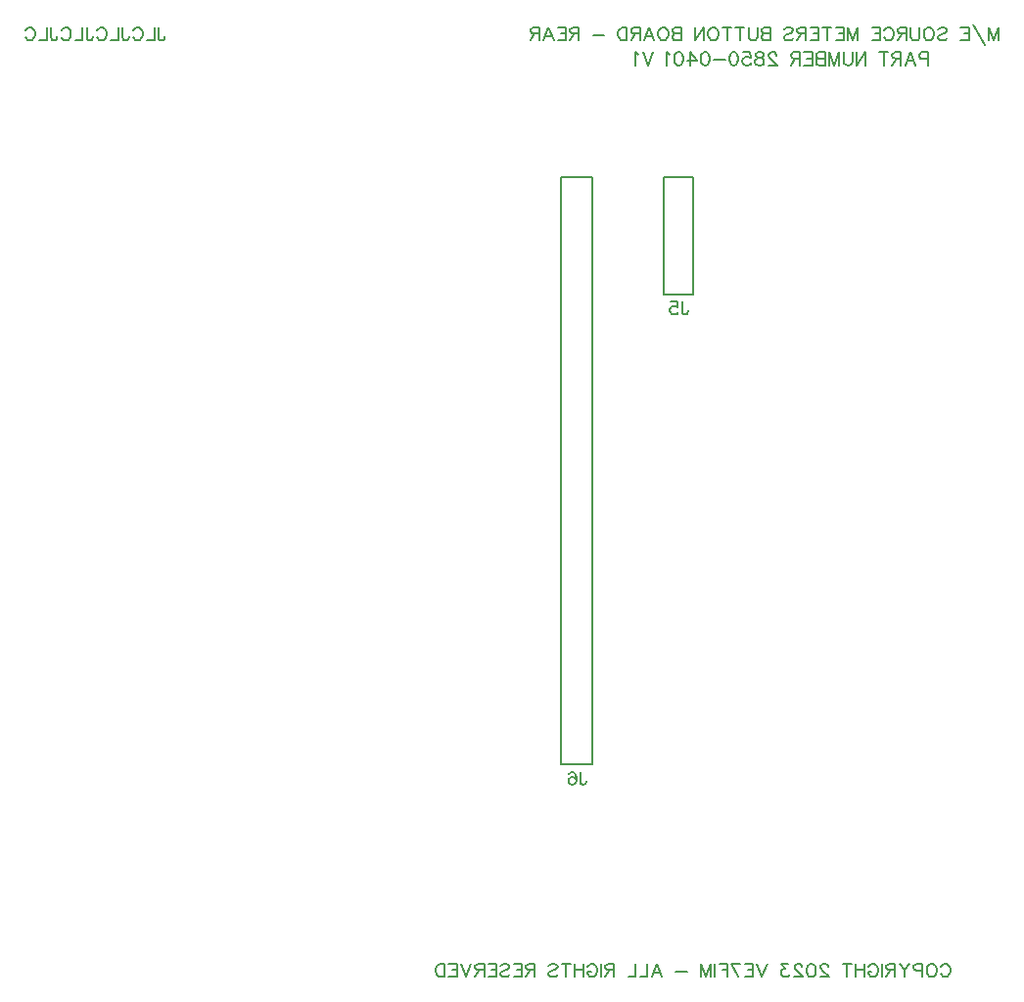
<source format=gbo>
G04 Layer: BottomSilkscreenLayer*
G04 EasyEDA v6.5.29, 2023-07-18 10:40:53*
G04 4c059b13f8394eaabd7c1ccd551ef848,5a6b42c53f6a479593ecc07194224c93,10*
G04 Gerber Generator version 0.2*
G04 Scale: 100 percent, Rotated: No, Reflected: No *
G04 Dimensions in millimeters *
G04 leading zeros omitted , absolute positions ,4 integer and 5 decimal *
%FSLAX45Y45*%
%MOMM*%

%ADD10C,0.2032*%
%ADD11C,0.2030*%
%ADD12C,0.1524*%
%ADD13C,0.2030*%

%LPD*%
D10*
X1520187Y11576547D02*
G01*
X1520187Y11489171D01*
X1525775Y11472915D01*
X1531109Y11467327D01*
X1542031Y11461993D01*
X1552953Y11461993D01*
X1563875Y11467327D01*
X1569463Y11472915D01*
X1574797Y11489171D01*
X1574797Y11500093D01*
X1484373Y11576547D02*
G01*
X1484373Y11461993D01*
X1484373Y11461993D02*
G01*
X1418841Y11461993D01*
X1300985Y11549115D02*
G01*
X1306319Y11560037D01*
X1317241Y11570959D01*
X1328163Y11576547D01*
X1350007Y11576547D01*
X1360929Y11570959D01*
X1371851Y11560037D01*
X1377439Y11549115D01*
X1382773Y11532859D01*
X1382773Y11505681D01*
X1377439Y11489171D01*
X1371851Y11478249D01*
X1360929Y11467327D01*
X1350007Y11461993D01*
X1328163Y11461993D01*
X1317241Y11467327D01*
X1306319Y11478249D01*
X1300985Y11489171D01*
X1210561Y11576547D02*
G01*
X1210561Y11489171D01*
X1215895Y11472915D01*
X1221229Y11467327D01*
X1232151Y11461993D01*
X1243073Y11461993D01*
X1253995Y11467327D01*
X1259583Y11472915D01*
X1264917Y11489171D01*
X1264917Y11500093D01*
X1174493Y11576547D02*
G01*
X1174493Y11461993D01*
X1174493Y11461993D02*
G01*
X1108961Y11461993D01*
X991105Y11549115D02*
G01*
X996693Y11560037D01*
X1007615Y11570959D01*
X1018537Y11576547D01*
X1040127Y11576547D01*
X1051049Y11570959D01*
X1061971Y11560037D01*
X1067559Y11549115D01*
X1072893Y11532859D01*
X1072893Y11505681D01*
X1067559Y11489171D01*
X1061971Y11478249D01*
X1051049Y11467327D01*
X1040127Y11461993D01*
X1018537Y11461993D01*
X1007615Y11467327D01*
X996693Y11478249D01*
X991105Y11489171D01*
X900681Y11576547D02*
G01*
X900681Y11489171D01*
X906015Y11472915D01*
X911603Y11467327D01*
X922525Y11461993D01*
X933447Y11461993D01*
X944369Y11467327D01*
X949703Y11472915D01*
X955037Y11489171D01*
X955037Y11500093D01*
X864613Y11576547D02*
G01*
X864613Y11461993D01*
X864613Y11461993D02*
G01*
X799081Y11461993D01*
X681225Y11549115D02*
G01*
X686813Y11560037D01*
X697735Y11570959D01*
X708657Y11576547D01*
X730501Y11576547D01*
X741423Y11570959D01*
X752345Y11560037D01*
X757679Y11549115D01*
X763267Y11532859D01*
X763267Y11505681D01*
X757679Y11489171D01*
X752345Y11478249D01*
X741423Y11467327D01*
X730501Y11461993D01*
X708657Y11461993D01*
X697735Y11467327D01*
X686813Y11478249D01*
X681225Y11489171D01*
X590801Y11576547D02*
G01*
X590801Y11489171D01*
X596135Y11472915D01*
X601723Y11467327D01*
X612645Y11461993D01*
X623567Y11461993D01*
X634489Y11467327D01*
X639823Y11472915D01*
X645411Y11489171D01*
X645411Y11500093D01*
X554733Y11576547D02*
G01*
X554733Y11461993D01*
X554733Y11461993D02*
G01*
X489455Y11461993D01*
X371599Y11549115D02*
G01*
X376933Y11560037D01*
X387855Y11570959D01*
X398777Y11576547D01*
X420621Y11576547D01*
X431543Y11570959D01*
X442465Y11560037D01*
X447799Y11549115D01*
X453387Y11532859D01*
X453387Y11505681D01*
X447799Y11489171D01*
X442465Y11478249D01*
X431543Y11467327D01*
X420621Y11461993D01*
X398777Y11461993D01*
X387855Y11467327D01*
X376933Y11478249D01*
X371599Y11489171D01*
X8178800Y11360589D02*
G01*
X8178800Y11246045D01*
X8178800Y11360589D02*
G01*
X8129709Y11360589D01*
X8113346Y11355136D01*
X8107890Y11349682D01*
X8102437Y11338773D01*
X8102437Y11322408D01*
X8107890Y11311498D01*
X8113346Y11306045D01*
X8129709Y11300589D01*
X8178800Y11300589D01*
X8022800Y11360589D02*
G01*
X8066435Y11246045D01*
X8022800Y11360589D02*
G01*
X7979163Y11246045D01*
X8050072Y11284226D02*
G01*
X7995528Y11284226D01*
X7943164Y11360589D02*
G01*
X7943164Y11246045D01*
X7943164Y11360589D02*
G01*
X7894073Y11360589D01*
X7877710Y11355136D01*
X7872255Y11349682D01*
X7866801Y11338773D01*
X7866801Y11327864D01*
X7872255Y11316954D01*
X7877710Y11311498D01*
X7894073Y11306045D01*
X7943164Y11306045D01*
X7904982Y11306045D02*
G01*
X7866801Y11246045D01*
X7792618Y11360589D02*
G01*
X7792618Y11246045D01*
X7830799Y11360589D02*
G01*
X7754437Y11360589D01*
X7634437Y11360589D02*
G01*
X7634437Y11246045D01*
X7634437Y11360589D02*
G01*
X7558074Y11246045D01*
X7558074Y11360589D02*
G01*
X7558074Y11246045D01*
X7522072Y11360589D02*
G01*
X7522072Y11278773D01*
X7516619Y11262408D01*
X7505710Y11251498D01*
X7489347Y11246045D01*
X7478438Y11246045D01*
X7462072Y11251498D01*
X7451166Y11262408D01*
X7445710Y11278773D01*
X7445710Y11360589D01*
X7409710Y11360589D02*
G01*
X7409710Y11246045D01*
X7409710Y11360589D02*
G01*
X7366073Y11246045D01*
X7322438Y11360589D02*
G01*
X7366073Y11246045D01*
X7322438Y11360589D02*
G01*
X7322438Y11246045D01*
X7286437Y11360589D02*
G01*
X7286437Y11246045D01*
X7286437Y11360589D02*
G01*
X7237346Y11360589D01*
X7220983Y11355136D01*
X7215530Y11349682D01*
X7210074Y11338773D01*
X7210074Y11327864D01*
X7215530Y11316954D01*
X7220983Y11311498D01*
X7237346Y11306045D01*
X7286437Y11306045D02*
G01*
X7237346Y11306045D01*
X7220983Y11300589D01*
X7215530Y11295136D01*
X7210074Y11284226D01*
X7210074Y11267864D01*
X7215530Y11256954D01*
X7220983Y11251498D01*
X7237346Y11246045D01*
X7286437Y11246045D01*
X7174075Y11360589D02*
G01*
X7174075Y11246045D01*
X7174075Y11360589D02*
G01*
X7103165Y11360589D01*
X7174075Y11306045D02*
G01*
X7130437Y11306045D01*
X7174075Y11246045D02*
G01*
X7103165Y11246045D01*
X7067166Y11360589D02*
G01*
X7067166Y11246045D01*
X7067166Y11360589D02*
G01*
X7018075Y11360589D01*
X7001710Y11355136D01*
X6996257Y11349682D01*
X6990801Y11338773D01*
X6990801Y11327864D01*
X6996257Y11316954D01*
X7001710Y11311498D01*
X7018075Y11306045D01*
X7067166Y11306045D01*
X7028985Y11306045D02*
G01*
X6990801Y11246045D01*
X6865348Y11333317D02*
G01*
X6865348Y11338773D01*
X6859892Y11349682D01*
X6854438Y11355136D01*
X6843529Y11360589D01*
X6821711Y11360589D01*
X6810801Y11355136D01*
X6805348Y11349682D01*
X6799892Y11338773D01*
X6799892Y11327864D01*
X6805348Y11316954D01*
X6816257Y11300589D01*
X6870801Y11246045D01*
X6794439Y11246045D01*
X6731167Y11360589D02*
G01*
X6747530Y11355136D01*
X6752983Y11344226D01*
X6752983Y11333317D01*
X6747530Y11322408D01*
X6736621Y11316954D01*
X6714802Y11311498D01*
X6698439Y11306045D01*
X6687530Y11295136D01*
X6682074Y11284226D01*
X6682074Y11267864D01*
X6687530Y11256954D01*
X6692983Y11251498D01*
X6709349Y11246045D01*
X6731167Y11246045D01*
X6747530Y11251498D01*
X6752983Y11256954D01*
X6758439Y11267864D01*
X6758439Y11284226D01*
X6752983Y11295136D01*
X6742074Y11306045D01*
X6725711Y11311498D01*
X6703893Y11316954D01*
X6692983Y11322408D01*
X6687530Y11333317D01*
X6687530Y11344226D01*
X6692983Y11355136D01*
X6709349Y11360589D01*
X6731167Y11360589D01*
X6580621Y11360589D02*
G01*
X6635165Y11360589D01*
X6640621Y11311498D01*
X6635165Y11316954D01*
X6618803Y11322408D01*
X6602440Y11322408D01*
X6586075Y11316954D01*
X6575165Y11306045D01*
X6569712Y11289682D01*
X6569712Y11278773D01*
X6575165Y11262408D01*
X6586075Y11251498D01*
X6602440Y11246045D01*
X6618803Y11246045D01*
X6635165Y11251498D01*
X6640621Y11256954D01*
X6646075Y11267864D01*
X6500985Y11360589D02*
G01*
X6517347Y11355136D01*
X6528257Y11338773D01*
X6533713Y11311498D01*
X6533713Y11295136D01*
X6528257Y11267864D01*
X6517347Y11251498D01*
X6500985Y11246045D01*
X6490075Y11246045D01*
X6473713Y11251498D01*
X6462803Y11267864D01*
X6457348Y11295136D01*
X6457348Y11311498D01*
X6462803Y11338773D01*
X6473713Y11355136D01*
X6490075Y11360589D01*
X6500985Y11360589D01*
X6421348Y11295136D02*
G01*
X6323167Y11295136D01*
X6254440Y11360589D02*
G01*
X6270802Y11355136D01*
X6281712Y11338773D01*
X6287168Y11311498D01*
X6287168Y11295136D01*
X6281712Y11267864D01*
X6270802Y11251498D01*
X6254440Y11246045D01*
X6243530Y11246045D01*
X6227168Y11251498D01*
X6216258Y11267864D01*
X6210802Y11295136D01*
X6210802Y11311498D01*
X6216258Y11338773D01*
X6227168Y11355136D01*
X6243530Y11360589D01*
X6254440Y11360589D01*
X6120259Y11360589D02*
G01*
X6174803Y11284226D01*
X6092985Y11284226D01*
X6120259Y11360589D02*
G01*
X6120259Y11246045D01*
X6024257Y11360589D02*
G01*
X6040622Y11355136D01*
X6051532Y11338773D01*
X6056985Y11311498D01*
X6056985Y11295136D01*
X6051532Y11267864D01*
X6040622Y11251498D01*
X6024257Y11246045D01*
X6013350Y11246045D01*
X5996985Y11251498D01*
X5986076Y11267864D01*
X5980623Y11295136D01*
X5980623Y11311498D01*
X5986076Y11338773D01*
X5996985Y11355136D01*
X6013350Y11360589D01*
X6024257Y11360589D01*
X5944623Y11338773D02*
G01*
X5933714Y11344226D01*
X5917349Y11360589D01*
X5917349Y11246045D01*
X5797349Y11360589D02*
G01*
X5753714Y11246045D01*
X5710077Y11360589D02*
G01*
X5753714Y11246045D01*
X5674078Y11338773D02*
G01*
X5663168Y11344226D01*
X5646806Y11360589D01*
X5646806Y11246045D01*
X8788400Y11576489D02*
G01*
X8788400Y11461945D01*
X8788400Y11576489D02*
G01*
X8744762Y11461945D01*
X8701128Y11576489D02*
G01*
X8744762Y11461945D01*
X8701128Y11576489D02*
G01*
X8701128Y11461945D01*
X8566945Y11598308D02*
G01*
X8665128Y11423764D01*
X8530945Y11576489D02*
G01*
X8530945Y11461945D01*
X8530945Y11576489D02*
G01*
X8460036Y11576489D01*
X8530945Y11521945D02*
G01*
X8487310Y11521945D01*
X8530945Y11461945D02*
G01*
X8460036Y11461945D01*
X8263674Y11560126D02*
G01*
X8274583Y11571036D01*
X8290946Y11576489D01*
X8312764Y11576489D01*
X8329127Y11571036D01*
X8340036Y11560126D01*
X8340036Y11549217D01*
X8334583Y11538308D01*
X8329127Y11532854D01*
X8318218Y11527399D01*
X8285492Y11516489D01*
X8274583Y11511036D01*
X8269127Y11505582D01*
X8263674Y11494673D01*
X8263674Y11478308D01*
X8274583Y11467399D01*
X8290946Y11461945D01*
X8312764Y11461945D01*
X8329127Y11467399D01*
X8340036Y11478308D01*
X8194946Y11576489D02*
G01*
X8205856Y11571036D01*
X8216765Y11560126D01*
X8222218Y11549217D01*
X8227674Y11532854D01*
X8227674Y11505582D01*
X8222218Y11489217D01*
X8216765Y11478308D01*
X8205856Y11467399D01*
X8194946Y11461945D01*
X8173128Y11461945D01*
X8162218Y11467399D01*
X8151309Y11478308D01*
X8145856Y11489217D01*
X8140400Y11505582D01*
X8140400Y11532854D01*
X8145856Y11549217D01*
X8151309Y11560126D01*
X8162218Y11571036D01*
X8173128Y11576489D01*
X8194946Y11576489D01*
X8104400Y11576489D02*
G01*
X8104400Y11494673D01*
X8098947Y11478308D01*
X8088038Y11467399D01*
X8071672Y11461945D01*
X8060766Y11461945D01*
X8044400Y11467399D01*
X8033491Y11478308D01*
X8028038Y11494673D01*
X8028038Y11576489D01*
X7992038Y11576489D02*
G01*
X7992038Y11461945D01*
X7992038Y11576489D02*
G01*
X7942948Y11576489D01*
X7926583Y11571036D01*
X7921129Y11565582D01*
X7915673Y11554673D01*
X7915673Y11543764D01*
X7921129Y11532854D01*
X7926583Y11527399D01*
X7942948Y11521945D01*
X7992038Y11521945D01*
X7953855Y11521945D02*
G01*
X7915673Y11461945D01*
X7797855Y11549217D02*
G01*
X7803311Y11560126D01*
X7814221Y11571036D01*
X7825130Y11576489D01*
X7846946Y11576489D01*
X7857855Y11571036D01*
X7868765Y11560126D01*
X7874220Y11549217D01*
X7879674Y11532854D01*
X7879674Y11505582D01*
X7874220Y11489217D01*
X7868765Y11478308D01*
X7857855Y11467399D01*
X7846946Y11461945D01*
X7825130Y11461945D01*
X7814221Y11467399D01*
X7803311Y11478308D01*
X7797855Y11489217D01*
X7761856Y11576489D02*
G01*
X7761856Y11461945D01*
X7761856Y11576489D02*
G01*
X7690947Y11576489D01*
X7761856Y11521945D02*
G01*
X7718219Y11521945D01*
X7761856Y11461945D02*
G01*
X7690947Y11461945D01*
X7570947Y11576489D02*
G01*
X7570947Y11461945D01*
X7570947Y11576489D02*
G01*
X7527312Y11461945D01*
X7483675Y11576489D02*
G01*
X7527312Y11461945D01*
X7483675Y11576489D02*
G01*
X7483675Y11461945D01*
X7447676Y11576489D02*
G01*
X7447676Y11461945D01*
X7447676Y11576489D02*
G01*
X7376767Y11576489D01*
X7447676Y11521945D02*
G01*
X7404039Y11521945D01*
X7447676Y11461945D02*
G01*
X7376767Y11461945D01*
X7302583Y11576489D02*
G01*
X7302583Y11461945D01*
X7340767Y11576489D02*
G01*
X7264402Y11576489D01*
X7228403Y11576489D02*
G01*
X7228403Y11461945D01*
X7228403Y11576489D02*
G01*
X7157493Y11576489D01*
X7228403Y11521945D02*
G01*
X7184765Y11521945D01*
X7228403Y11461945D02*
G01*
X7157493Y11461945D01*
X7121494Y11576489D02*
G01*
X7121494Y11461945D01*
X7121494Y11576489D02*
G01*
X7072403Y11576489D01*
X7056038Y11571036D01*
X7050585Y11565582D01*
X7045131Y11554673D01*
X7045131Y11543764D01*
X7050585Y11532854D01*
X7056038Y11527399D01*
X7072403Y11521945D01*
X7121494Y11521945D01*
X7083313Y11521945D02*
G01*
X7045131Y11461945D01*
X6932767Y11560126D02*
G01*
X6943676Y11571036D01*
X6960039Y11576489D01*
X6981858Y11576489D01*
X6998220Y11571036D01*
X7009129Y11560126D01*
X7009129Y11549217D01*
X7003676Y11538308D01*
X6998220Y11532854D01*
X6987313Y11527399D01*
X6954586Y11516489D01*
X6943676Y11511036D01*
X6938220Y11505582D01*
X6932767Y11494673D01*
X6932767Y11478308D01*
X6943676Y11467399D01*
X6960039Y11461945D01*
X6981858Y11461945D01*
X6998220Y11467399D01*
X7009129Y11478308D01*
X6812767Y11576489D02*
G01*
X6812767Y11461945D01*
X6812767Y11576489D02*
G01*
X6763677Y11576489D01*
X6747314Y11571036D01*
X6741858Y11565582D01*
X6736405Y11554673D01*
X6736405Y11543764D01*
X6741858Y11532854D01*
X6747314Y11527399D01*
X6763677Y11521945D01*
X6812767Y11521945D02*
G01*
X6763677Y11521945D01*
X6747314Y11516489D01*
X6741858Y11511036D01*
X6736405Y11500126D01*
X6736405Y11483764D01*
X6741858Y11472854D01*
X6747314Y11467399D01*
X6763677Y11461945D01*
X6812767Y11461945D01*
X6700403Y11576489D02*
G01*
X6700403Y11494673D01*
X6694949Y11478308D01*
X6684040Y11467399D01*
X6667677Y11461945D01*
X6656768Y11461945D01*
X6640403Y11467399D01*
X6629493Y11478308D01*
X6624040Y11494673D01*
X6624040Y11576489D01*
X6549859Y11576489D02*
G01*
X6549859Y11461945D01*
X6588041Y11576489D02*
G01*
X6511676Y11576489D01*
X6437495Y11576489D02*
G01*
X6437495Y11461945D01*
X6475676Y11576489D02*
G01*
X6399314Y11576489D01*
X6330586Y11576489D02*
G01*
X6341496Y11571036D01*
X6352405Y11560126D01*
X6357858Y11549217D01*
X6363314Y11532854D01*
X6363314Y11505582D01*
X6357858Y11489217D01*
X6352405Y11478308D01*
X6341496Y11467399D01*
X6330586Y11461945D01*
X6308768Y11461945D01*
X6297858Y11467399D01*
X6286949Y11478308D01*
X6281496Y11489217D01*
X6276040Y11505582D01*
X6276040Y11532854D01*
X6281496Y11549217D01*
X6286949Y11560126D01*
X6297858Y11571036D01*
X6308768Y11576489D01*
X6330586Y11576489D01*
X6240040Y11576489D02*
G01*
X6240040Y11461945D01*
X6240040Y11576489D02*
G01*
X6163678Y11461945D01*
X6163678Y11576489D02*
G01*
X6163678Y11461945D01*
X6043678Y11576489D02*
G01*
X6043678Y11461945D01*
X6043678Y11576489D02*
G01*
X5994587Y11576489D01*
X5978222Y11571036D01*
X5972769Y11565582D01*
X5967315Y11554673D01*
X5967315Y11543764D01*
X5972769Y11532854D01*
X5978222Y11527399D01*
X5994587Y11521945D01*
X6043678Y11521945D02*
G01*
X5994587Y11521945D01*
X5978222Y11516489D01*
X5972769Y11511036D01*
X5967315Y11500126D01*
X5967315Y11483764D01*
X5972769Y11472854D01*
X5978222Y11467399D01*
X5994587Y11461945D01*
X6043678Y11461945D01*
X5898588Y11576489D02*
G01*
X5909495Y11571036D01*
X5920404Y11560126D01*
X5925860Y11549217D01*
X5931314Y11532854D01*
X5931314Y11505582D01*
X5925860Y11489217D01*
X5920404Y11478308D01*
X5909495Y11467399D01*
X5898588Y11461945D01*
X5876770Y11461945D01*
X5865860Y11467399D01*
X5854951Y11478308D01*
X5849495Y11489217D01*
X5844042Y11505582D01*
X5844042Y11532854D01*
X5849495Y11549217D01*
X5854951Y11560126D01*
X5865860Y11571036D01*
X5876770Y11576489D01*
X5898588Y11576489D01*
X5764405Y11576489D02*
G01*
X5808042Y11461945D01*
X5764405Y11576489D02*
G01*
X5720770Y11461945D01*
X5791677Y11500126D02*
G01*
X5737133Y11500126D01*
X5684768Y11576489D02*
G01*
X5684768Y11461945D01*
X5684768Y11576489D02*
G01*
X5635678Y11576489D01*
X5619315Y11571036D01*
X5613859Y11565582D01*
X5608406Y11554673D01*
X5608406Y11543764D01*
X5613859Y11532854D01*
X5619315Y11527399D01*
X5635678Y11521945D01*
X5684768Y11521945D01*
X5646587Y11521945D02*
G01*
X5608406Y11461945D01*
X5572406Y11576489D02*
G01*
X5572406Y11461945D01*
X5572406Y11576489D02*
G01*
X5534225Y11576489D01*
X5517860Y11571036D01*
X5506951Y11560126D01*
X5501497Y11549217D01*
X5496041Y11532854D01*
X5496041Y11505582D01*
X5501497Y11489217D01*
X5506951Y11478308D01*
X5517860Y11467399D01*
X5534225Y11461945D01*
X5572406Y11461945D01*
X5376042Y11511036D02*
G01*
X5277860Y11511036D01*
X5157861Y11576489D02*
G01*
X5157861Y11461945D01*
X5157861Y11576489D02*
G01*
X5108770Y11576489D01*
X5092407Y11571036D01*
X5086951Y11565582D01*
X5081498Y11554673D01*
X5081498Y11543764D01*
X5086951Y11532854D01*
X5092407Y11527399D01*
X5108770Y11521945D01*
X5157861Y11521945D01*
X5119679Y11521945D02*
G01*
X5081498Y11461945D01*
X5045499Y11576489D02*
G01*
X5045499Y11461945D01*
X5045499Y11576489D02*
G01*
X4974590Y11576489D01*
X5045499Y11521945D02*
G01*
X5001861Y11521945D01*
X5045499Y11461945D02*
G01*
X4974590Y11461945D01*
X4894953Y11576489D02*
G01*
X4938590Y11461945D01*
X4894953Y11576489D02*
G01*
X4851316Y11461945D01*
X4922225Y11500126D02*
G01*
X4867681Y11500126D01*
X4815316Y11576489D02*
G01*
X4815316Y11461945D01*
X4815316Y11576489D02*
G01*
X4766226Y11576489D01*
X4749863Y11571036D01*
X4744407Y11565582D01*
X4738954Y11554673D01*
X4738954Y11543764D01*
X4744407Y11532854D01*
X4749863Y11527399D01*
X4766226Y11521945D01*
X4815316Y11521945D01*
X4777135Y11521945D02*
G01*
X4738954Y11461945D01*
D11*
X8287481Y3446617D02*
G01*
X8292937Y3457526D01*
X8303846Y3468436D01*
X8314753Y3473889D01*
X8336572Y3473889D01*
X8347481Y3468436D01*
X8358390Y3457526D01*
X8363846Y3446617D01*
X8369300Y3430254D01*
X8369300Y3402982D01*
X8363846Y3386617D01*
X8358390Y3375708D01*
X8347481Y3364798D01*
X8336572Y3359345D01*
X8314753Y3359345D01*
X8303846Y3364798D01*
X8292937Y3375708D01*
X8287481Y3386617D01*
X8218754Y3473889D02*
G01*
X8229663Y3468436D01*
X8240572Y3457526D01*
X8246028Y3446617D01*
X8251482Y3430254D01*
X8251482Y3402982D01*
X8246028Y3386617D01*
X8240572Y3375708D01*
X8229663Y3364798D01*
X8218754Y3359345D01*
X8196935Y3359345D01*
X8186028Y3364798D01*
X8175119Y3375708D01*
X8169663Y3386617D01*
X8164210Y3402982D01*
X8164210Y3430254D01*
X8169663Y3446617D01*
X8175119Y3457526D01*
X8186028Y3468436D01*
X8196935Y3473889D01*
X8218754Y3473889D01*
X8128210Y3473889D02*
G01*
X8128210Y3359345D01*
X8128210Y3473889D02*
G01*
X8079117Y3473889D01*
X8062755Y3468436D01*
X8057301Y3462982D01*
X8051845Y3452073D01*
X8051845Y3435708D01*
X8057301Y3424798D01*
X8062755Y3419345D01*
X8079117Y3413889D01*
X8128210Y3413889D01*
X8015846Y3473889D02*
G01*
X7972209Y3419345D01*
X7972209Y3359345D01*
X7928574Y3473889D02*
G01*
X7972209Y3419345D01*
X7892572Y3473889D02*
G01*
X7892572Y3359345D01*
X7892572Y3473889D02*
G01*
X7843481Y3473889D01*
X7827119Y3468436D01*
X7821665Y3462982D01*
X7816209Y3452073D01*
X7816209Y3441164D01*
X7821665Y3430254D01*
X7827119Y3424798D01*
X7843481Y3419345D01*
X7892572Y3419345D01*
X7854391Y3419345D02*
G01*
X7816209Y3359345D01*
X7780210Y3473889D02*
G01*
X7780210Y3359345D01*
X7662392Y3446617D02*
G01*
X7667845Y3457526D01*
X7678755Y3468436D01*
X7689664Y3473889D01*
X7711483Y3473889D01*
X7722392Y3468436D01*
X7733301Y3457526D01*
X7738755Y3446617D01*
X7744211Y3430254D01*
X7744211Y3402982D01*
X7738755Y3386617D01*
X7733301Y3375708D01*
X7722392Y3364798D01*
X7711483Y3359345D01*
X7689664Y3359345D01*
X7678755Y3364798D01*
X7667845Y3375708D01*
X7662392Y3386617D01*
X7662392Y3402982D01*
X7689664Y3402982D02*
G01*
X7662392Y3402982D01*
X7626393Y3473889D02*
G01*
X7626393Y3359345D01*
X7550028Y3473889D02*
G01*
X7550028Y3359345D01*
X7626393Y3419345D02*
G01*
X7550028Y3419345D01*
X7475847Y3473889D02*
G01*
X7475847Y3359345D01*
X7514028Y3473889D02*
G01*
X7437666Y3473889D01*
X7312210Y3446617D02*
G01*
X7312210Y3452073D01*
X7306757Y3462982D01*
X7301301Y3468436D01*
X7290391Y3473889D01*
X7268575Y3473889D01*
X7257666Y3468436D01*
X7252210Y3462982D01*
X7246757Y3452073D01*
X7246757Y3441164D01*
X7252210Y3430254D01*
X7263119Y3413889D01*
X7317666Y3359345D01*
X7241301Y3359345D01*
X7172573Y3473889D02*
G01*
X7188939Y3468436D01*
X7199848Y3452073D01*
X7205301Y3424798D01*
X7205301Y3408436D01*
X7199848Y3381164D01*
X7188939Y3364798D01*
X7172573Y3359345D01*
X7161667Y3359345D01*
X7145301Y3364798D01*
X7134392Y3381164D01*
X7128939Y3408436D01*
X7128939Y3424798D01*
X7134392Y3452073D01*
X7145301Y3468436D01*
X7161667Y3473889D01*
X7172573Y3473889D01*
X7087483Y3446617D02*
G01*
X7087483Y3452073D01*
X7082030Y3462982D01*
X7076574Y3468436D01*
X7065665Y3473889D01*
X7043849Y3473889D01*
X7032939Y3468436D01*
X7027484Y3462982D01*
X7022030Y3452073D01*
X7022030Y3441164D01*
X7027484Y3430254D01*
X7038393Y3413889D01*
X7092939Y3359345D01*
X7016574Y3359345D01*
X6969666Y3473889D02*
G01*
X6909666Y3473889D01*
X6942394Y3430254D01*
X6926031Y3430254D01*
X6915122Y3424798D01*
X6909666Y3419345D01*
X6904212Y3402982D01*
X6904212Y3392073D01*
X6909666Y3375708D01*
X6920575Y3364798D01*
X6936938Y3359345D01*
X6953303Y3359345D01*
X6969666Y3364798D01*
X6975121Y3370254D01*
X6980575Y3381164D01*
X6784213Y3473889D02*
G01*
X6740575Y3359345D01*
X6696938Y3473889D02*
G01*
X6740575Y3359345D01*
X6660939Y3473889D02*
G01*
X6660939Y3359345D01*
X6660939Y3473889D02*
G01*
X6590029Y3473889D01*
X6660939Y3419345D02*
G01*
X6617304Y3419345D01*
X6660939Y3359345D02*
G01*
X6590029Y3359345D01*
X6477668Y3473889D02*
G01*
X6532211Y3359345D01*
X6554030Y3473889D02*
G01*
X6477668Y3473889D01*
X6441668Y3473889D02*
G01*
X6441668Y3359345D01*
X6441668Y3473889D02*
G01*
X6370759Y3473889D01*
X6441668Y3419345D02*
G01*
X6398031Y3419345D01*
X6334757Y3473889D02*
G01*
X6334757Y3359345D01*
X6298758Y3473889D02*
G01*
X6298758Y3359345D01*
X6298758Y3473889D02*
G01*
X6255123Y3359345D01*
X6211486Y3473889D02*
G01*
X6255123Y3359345D01*
X6211486Y3473889D02*
G01*
X6211486Y3359345D01*
X6091486Y3408436D02*
G01*
X5993305Y3408436D01*
X5829668Y3473889D02*
G01*
X5873305Y3359345D01*
X5829668Y3473889D02*
G01*
X5786033Y3359345D01*
X5856940Y3397526D02*
G01*
X5802396Y3397526D01*
X5750031Y3473889D02*
G01*
X5750031Y3359345D01*
X5750031Y3359345D02*
G01*
X5684578Y3359345D01*
X5648579Y3473889D02*
G01*
X5648579Y3359345D01*
X5648579Y3359345D02*
G01*
X5583123Y3359345D01*
X5463123Y3473889D02*
G01*
X5463123Y3359345D01*
X5463123Y3473889D02*
G01*
X5414032Y3473889D01*
X5397670Y3468436D01*
X5392214Y3462982D01*
X5386760Y3452073D01*
X5386760Y3441164D01*
X5392214Y3430254D01*
X5397670Y3424798D01*
X5414032Y3419345D01*
X5463123Y3419345D01*
X5424942Y3419345D02*
G01*
X5386760Y3359345D01*
X5350761Y3473889D02*
G01*
X5350761Y3359345D01*
X5232943Y3446617D02*
G01*
X5238396Y3457526D01*
X5249306Y3468436D01*
X5260215Y3473889D01*
X5282034Y3473889D01*
X5292943Y3468436D01*
X5303852Y3457526D01*
X5309306Y3446617D01*
X5314759Y3430254D01*
X5314759Y3402982D01*
X5309306Y3386617D01*
X5303852Y3375708D01*
X5292943Y3364798D01*
X5282034Y3359345D01*
X5260215Y3359345D01*
X5249306Y3364798D01*
X5238396Y3375708D01*
X5232943Y3386617D01*
X5232943Y3402982D01*
X5260215Y3402982D02*
G01*
X5232943Y3402982D01*
X5196941Y3473889D02*
G01*
X5196941Y3359345D01*
X5120579Y3473889D02*
G01*
X5120579Y3359345D01*
X5196941Y3419345D02*
G01*
X5120579Y3419345D01*
X5046398Y3473889D02*
G01*
X5046398Y3359345D01*
X5084579Y3473889D02*
G01*
X5008217Y3473889D01*
X4895852Y3457526D02*
G01*
X4906761Y3468436D01*
X4923124Y3473889D01*
X4944943Y3473889D01*
X4961305Y3468436D01*
X4972215Y3457526D01*
X4972215Y3446617D01*
X4966761Y3435708D01*
X4961305Y3430254D01*
X4950396Y3424798D01*
X4917671Y3413889D01*
X4906761Y3408436D01*
X4901305Y3402982D01*
X4895852Y3392073D01*
X4895852Y3375708D01*
X4906761Y3364798D01*
X4923124Y3359345D01*
X4944943Y3359345D01*
X4961305Y3364798D01*
X4972215Y3375708D01*
X4775852Y3473889D02*
G01*
X4775852Y3359345D01*
X4775852Y3473889D02*
G01*
X4726762Y3473889D01*
X4710396Y3468436D01*
X4704943Y3462982D01*
X4699490Y3452073D01*
X4699490Y3441164D01*
X4704943Y3430254D01*
X4710396Y3424798D01*
X4726762Y3419345D01*
X4775852Y3419345D01*
X4737671Y3419345D02*
G01*
X4699490Y3359345D01*
X4663488Y3473889D02*
G01*
X4663488Y3359345D01*
X4663488Y3473889D02*
G01*
X4592579Y3473889D01*
X4663488Y3419345D02*
G01*
X4619853Y3419345D01*
X4663488Y3359345D02*
G01*
X4592579Y3359345D01*
X4480217Y3457526D02*
G01*
X4491126Y3468436D01*
X4507489Y3473889D01*
X4529307Y3473889D01*
X4545670Y3468436D01*
X4556579Y3457526D01*
X4556579Y3446617D01*
X4551126Y3435708D01*
X4545670Y3430254D01*
X4534761Y3424798D01*
X4502035Y3413889D01*
X4491126Y3408436D01*
X4485670Y3402982D01*
X4480217Y3392073D01*
X4480217Y3375708D01*
X4491126Y3364798D01*
X4507489Y3359345D01*
X4529307Y3359345D01*
X4545670Y3364798D01*
X4556579Y3375708D01*
X4444217Y3473889D02*
G01*
X4444217Y3359345D01*
X4444217Y3473889D02*
G01*
X4373308Y3473889D01*
X4444217Y3419345D02*
G01*
X4400580Y3419345D01*
X4444217Y3359345D02*
G01*
X4373308Y3359345D01*
X4337309Y3473889D02*
G01*
X4337309Y3359345D01*
X4337309Y3473889D02*
G01*
X4288218Y3473889D01*
X4271853Y3468436D01*
X4266399Y3462982D01*
X4260943Y3452073D01*
X4260943Y3441164D01*
X4266399Y3430254D01*
X4271853Y3424798D01*
X4288218Y3419345D01*
X4337309Y3419345D01*
X4299125Y3419345D02*
G01*
X4260943Y3359345D01*
X4224944Y3473889D02*
G01*
X4181307Y3359345D01*
X4137672Y3473889D02*
G01*
X4181307Y3359345D01*
X4101673Y3473889D02*
G01*
X4101673Y3359345D01*
X4101673Y3473889D02*
G01*
X4030764Y3473889D01*
X4101673Y3419345D02*
G01*
X4058036Y3419345D01*
X4101673Y3359345D02*
G01*
X4030764Y3359345D01*
X3994762Y3473889D02*
G01*
X3994762Y3359345D01*
X3994762Y3473889D02*
G01*
X3956580Y3473889D01*
X3940218Y3468436D01*
X3929308Y3457526D01*
X3923855Y3446617D01*
X3918399Y3430254D01*
X3918399Y3402982D01*
X3923855Y3386617D01*
X3929308Y3375708D01*
X3940218Y3364798D01*
X3956580Y3359345D01*
X3994762Y3359345D01*
D12*
X6050648Y9201274D02*
G01*
X6050648Y9118147D01*
X6055845Y9102559D01*
X6061039Y9097365D01*
X6071430Y9092171D01*
X6081821Y9092171D01*
X6092212Y9097365D01*
X6097409Y9102559D01*
X6102604Y9118147D01*
X6102604Y9128539D01*
X5954013Y9201274D02*
G01*
X6005969Y9201274D01*
X6011163Y9154515D01*
X6005969Y9159709D01*
X5990381Y9164906D01*
X5974796Y9164906D01*
X5959208Y9159709D01*
X5948819Y9149321D01*
X5943622Y9133733D01*
X5943622Y9123342D01*
X5948819Y9107756D01*
X5959208Y9097365D01*
X5974796Y9092171D01*
X5990381Y9092171D01*
X6005969Y9097365D01*
X6011163Y9102559D01*
X6016358Y9112951D01*
X5167744Y5131838D02*
G01*
X5167744Y5048712D01*
X5172941Y5033124D01*
X5178135Y5027929D01*
X5188526Y5022735D01*
X5198917Y5022735D01*
X5209308Y5027929D01*
X5214505Y5033124D01*
X5219700Y5048712D01*
X5219700Y5059103D01*
X5071109Y5116253D02*
G01*
X5076304Y5126644D01*
X5091892Y5131838D01*
X5102283Y5131838D01*
X5117868Y5126644D01*
X5128259Y5111056D01*
X5133454Y5085079D01*
X5133454Y5059103D01*
X5128259Y5038321D01*
X5117868Y5027929D01*
X5102283Y5022735D01*
X5097086Y5022735D01*
X5081501Y5027929D01*
X5071109Y5038321D01*
X5065915Y5053906D01*
X5065915Y5059103D01*
X5071109Y5074688D01*
X5081501Y5085079D01*
X5097086Y5090274D01*
X5102283Y5090274D01*
X5117868Y5085079D01*
X5128259Y5074688D01*
X5133454Y5059103D01*
D10*
X6148095Y10280192D02*
G01*
X5894095Y10280192D01*
X5894095Y9264192D01*
X6148095Y9264192D01*
X6148095Y9454692D01*
D13*
X6148095Y10280192D02*
G01*
X6148095Y9454692D01*
D10*
X5259095Y10280192D02*
G01*
X5271795Y10280192D01*
X5271795Y5200192D01*
X5005095Y5200192D01*
X5005095Y10280192D01*
X5259095Y10280192D01*
M02*

</source>
